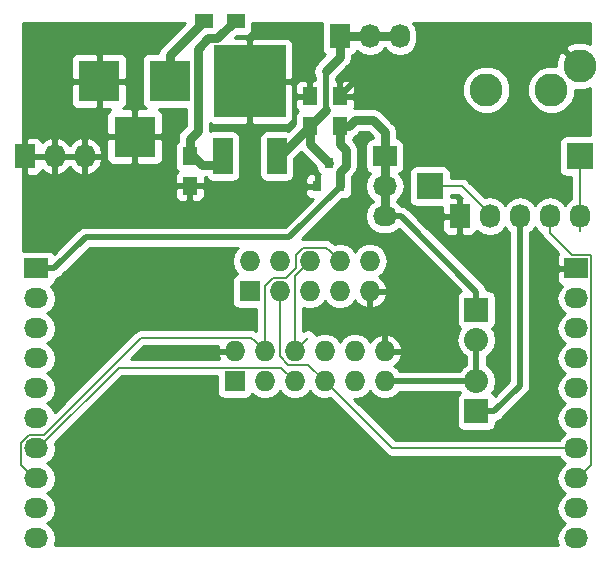
<source format=gtl>
G04 #@! TF.GenerationSoftware,KiCad,Pcbnew,5.0.0-rc2*
G04 #@! TF.CreationDate,2019-01-06T14:06:09-05:00*
G04 #@! TF.ProjectId,msp_shield,6D73705F736869656C642E6B69636164,rev?*
G04 #@! TF.SameCoordinates,Original*
G04 #@! TF.FileFunction,Copper,L1,Top,Signal*
G04 #@! TF.FilePolarity,Positive*
%FSLAX46Y46*%
G04 Gerber Fmt 4.6, Leading zero omitted, Abs format (unit mm)*
G04 Created by KiCad (PCBNEW 5.0.0-rc2) date Sun Jan  6 14:06:09 2019*
%MOMM*%
%LPD*%
G01*
G04 APERTURE LIST*
G04 #@! TA.AperFunction,ComponentPad*
%ADD10R,2.032000X1.727200*%
G04 #@! TD*
G04 #@! TA.AperFunction,ComponentPad*
%ADD11O,2.032000X1.727200*%
G04 #@! TD*
G04 #@! TA.AperFunction,SMDPad,CuDef*
%ADD12R,1.250000X1.500000*%
G04 #@! TD*
G04 #@! TA.AperFunction,ComponentPad*
%ADD13R,3.500120X3.500120*%
G04 #@! TD*
G04 #@! TA.AperFunction,ComponentPad*
%ADD14C,2.800000*%
G04 #@! TD*
G04 #@! TA.AperFunction,SMDPad,CuDef*
%ADD15R,1.651000X3.048000*%
G04 #@! TD*
G04 #@! TA.AperFunction,SMDPad,CuDef*
%ADD16R,6.096000X6.096000*%
G04 #@! TD*
G04 #@! TA.AperFunction,SMDPad,CuDef*
%ADD17R,1.500000X1.300000*%
G04 #@! TD*
G04 #@! TA.AperFunction,ComponentPad*
%ADD18R,2.235200X2.235200*%
G04 #@! TD*
G04 #@! TA.AperFunction,ComponentPad*
%ADD19R,1.727200X2.032000*%
G04 #@! TD*
G04 #@! TA.AperFunction,ComponentPad*
%ADD20O,1.727200X2.032000*%
G04 #@! TD*
G04 #@! TA.AperFunction,ComponentPad*
%ADD21R,2.032000X2.032000*%
G04 #@! TD*
G04 #@! TA.AperFunction,ComponentPad*
%ADD22O,2.032000X2.032000*%
G04 #@! TD*
G04 #@! TA.AperFunction,ComponentPad*
%ADD23R,1.727200X1.727200*%
G04 #@! TD*
G04 #@! TA.AperFunction,ComponentPad*
%ADD24O,1.727200X1.727200*%
G04 #@! TD*
G04 #@! TA.AperFunction,SMDPad,CuDef*
%ADD25R,0.800000X0.900000*%
G04 #@! TD*
G04 #@! TA.AperFunction,ViaPad*
%ADD26C,0.685800*%
G04 #@! TD*
G04 #@! TA.AperFunction,Conductor*
%ADD27C,0.762000*%
G04 #@! TD*
G04 #@! TA.AperFunction,Conductor*
%ADD28C,0.508000*%
G04 #@! TD*
G04 #@! TA.AperFunction,Conductor*
%ADD29C,0.152400*%
G04 #@! TD*
G04 #@! TA.AperFunction,Conductor*
%ADD30C,0.254000*%
G04 #@! TD*
G04 APERTURE END LIST*
D10*
G04 #@! TO.P,P2,1*
G04 #@! TO.N,+3V3*
X114001774Y-84436646D03*
D11*
G04 #@! TO.P,P2,2*
G04 #@! TO.N,/P1.0*
X114001774Y-86976646D03*
G04 #@! TO.P,P2,3*
G04 #@! TO.N,/P1.1*
X114001774Y-89516646D03*
G04 #@! TO.P,P2,4*
G04 #@! TO.N,/P1.2*
X114001774Y-92056646D03*
G04 #@! TO.P,P2,5*
G04 #@! TO.N,/P1.3*
X114001774Y-94596646D03*
G04 #@! TO.P,P2,6*
G04 #@! TO.N,/P1.4*
X114001774Y-97136646D03*
G04 #@! TO.P,P2,7*
G04 #@! TO.N,/P1.5*
X114001774Y-99676646D03*
G04 #@! TO.P,P2,8*
G04 #@! TO.N,/CSENC*
X114001774Y-102216646D03*
G04 #@! TO.P,P2,9*
G04 #@! TO.N,/P2.1*
X114001774Y-104756646D03*
G04 #@! TO.P,P2,10*
G04 #@! TO.N,/P2.2*
X114001774Y-107296646D03*
G04 #@! TD*
D12*
G04 #@! TO.P,C1,1*
G04 #@! TO.N,Net-(C1-Pad1)*
X127000000Y-74950000D03*
G04 #@! TO.P,C1,2*
G04 #@! TO.N,GND*
X127000000Y-77450000D03*
G04 #@! TD*
G04 #@! TO.P,C2,2*
G04 #@! TO.N,GND*
X137160000Y-69870000D03*
G04 #@! TO.P,C2,1*
G04 #@! TO.N,+5V*
X137160000Y-72370000D03*
G04 #@! TD*
D13*
G04 #@! TO.P,CON1,1*
G04 #@! TO.N,Net-(CON1-Pad1)*
X125326140Y-68580000D03*
G04 #@! TO.P,CON1,2*
G04 #@! TO.N,GND*
X119326660Y-68580000D03*
G04 #@! TO.P,CON1,3*
X122326400Y-73279000D03*
G04 #@! TD*
D14*
G04 #@! TO.P,J1,S*
G04 #@! TO.N,GND*
X160020000Y-67310000D03*
G04 #@! TO.P,J1,T*
G04 #@! TO.N,/P1.2*
X157620000Y-69310000D03*
G04 #@! TO.P,J1,R*
G04 #@! TO.N,/P1.1*
X152120000Y-69310000D03*
G04 #@! TD*
D10*
G04 #@! TO.P,P1,1*
G04 #@! TO.N,GND*
X159721774Y-84436646D03*
D11*
G04 #@! TO.P,P1,2*
G04 #@! TO.N,/XIN*
X159721774Y-86976646D03*
G04 #@! TO.P,P1,3*
G04 #@! TO.N,/XOUT*
X159721774Y-89516646D03*
G04 #@! TO.P,P1,4*
G04 #@! TO.N,/TEST*
X159721774Y-92056646D03*
G04 #@! TO.P,P1,5*
G04 #@! TO.N,/RST*
X159721774Y-94596646D03*
G04 #@! TO.P,P1,6*
G04 #@! TO.N,/MOSIENC*
X159721774Y-97136646D03*
G04 #@! TO.P,P1,7*
G04 #@! TO.N,/MISOENC*
X159721774Y-99676646D03*
G04 #@! TO.P,P1,8*
G04 #@! TO.N,/P2.5*
X159721774Y-102216646D03*
G04 #@! TO.P,P1,9*
G04 #@! TO.N,/P2.4*
X159721774Y-104756646D03*
G04 #@! TO.P,P1,10*
G04 #@! TO.N,/P2.3*
X159721774Y-107296646D03*
G04 #@! TD*
D15*
G04 #@! TO.P,U1,1*
G04 #@! TO.N,Net-(C1-Pad1)*
X129794000Y-74930000D03*
D16*
G04 #@! TO.P,U1,2*
G04 #@! TO.N,GND*
X132080000Y-68580000D03*
D15*
G04 #@! TO.P,U1,3*
G04 #@! TO.N,+5V*
X134366000Y-74930000D03*
G04 #@! TD*
D12*
G04 #@! TO.P,C4,1*
G04 #@! TO.N,+3V3*
X139700000Y-72370000D03*
G04 #@! TO.P,C4,2*
G04 #@! TO.N,GND*
X139700000Y-69870000D03*
G04 #@! TD*
D17*
G04 #@! TO.P,F1,1*
G04 #@! TO.N,Net-(C1-Pad1)*
X130890000Y-63500000D03*
G04 #@! TO.P,F1,2*
G04 #@! TO.N,Net-(CON1-Pad1)*
X128190000Y-63500000D03*
G04 #@! TD*
D18*
G04 #@! TO.P,P3,1*
G04 #@! TO.N,Net-(P3-Pad1)*
X147320000Y-77470000D03*
G04 #@! TD*
G04 #@! TO.P,P4,1*
G04 #@! TO.N,Net-(P4-Pad1)*
X160020000Y-74930000D03*
G04 #@! TD*
D19*
G04 #@! TO.P,P5,1*
G04 #@! TO.N,GND*
X149860000Y-80010000D03*
D20*
G04 #@! TO.P,P5,2*
G04 #@! TO.N,Net-(P3-Pad1)*
X152400000Y-80010000D03*
G04 #@! TO.P,P5,3*
G04 #@! TO.N,+5V*
X154940000Y-80010000D03*
G04 #@! TO.P,P5,4*
G04 #@! TO.N,/P2.5*
X157480000Y-80010000D03*
G04 #@! TO.P,P5,5*
G04 #@! TO.N,Net-(P4-Pad1)*
X160020000Y-80010000D03*
G04 #@! TD*
G04 #@! TO.P,P6,3*
G04 #@! TO.N,GND*
X118110000Y-74930000D03*
G04 #@! TO.P,P6,2*
X115570000Y-74930000D03*
D19*
G04 #@! TO.P,P6,1*
X113030000Y-74930000D03*
G04 #@! TD*
G04 #@! TO.P,P7,1*
G04 #@! TO.N,+5V*
X139700000Y-64770000D03*
D20*
G04 #@! TO.P,P7,2*
X142240000Y-64770000D03*
G04 #@! TO.P,P7,3*
X144780000Y-64770000D03*
G04 #@! TD*
D10*
G04 #@! TO.P,P8,1*
G04 #@! TO.N,+3V3*
X143510000Y-74930000D03*
D11*
G04 #@! TO.P,P8,2*
X143510000Y-77470000D03*
G04 #@! TO.P,P8,3*
X143510000Y-80010000D03*
G04 #@! TD*
D21*
G04 #@! TO.P,P9,1*
G04 #@! TO.N,+3V3*
X151258333Y-87927500D03*
D22*
G04 #@! TO.P,P9,2*
G04 #@! TO.N,/enc1/VCC_Branch*
X151258333Y-90467500D03*
G04 #@! TD*
G04 #@! TO.P,P10,2*
G04 #@! TO.N,/enc1/VCC_Branch*
X151258333Y-93980000D03*
D21*
G04 #@! TO.P,P10,1*
G04 #@! TO.N,+5V*
X151258333Y-96520000D03*
G04 #@! TD*
D23*
G04 #@! TO.P,P11,1*
G04 #@! TO.N,/enc1/INT*
X132080000Y-86360000D03*
D24*
G04 #@! TO.P,P11,2*
G04 #@! TO.N,/enc1/CLKOUT*
X132080000Y-83820000D03*
G04 #@! TO.P,P11,3*
G04 #@! TO.N,/MISOENC*
X134620000Y-86360000D03*
G04 #@! TO.P,P11,4*
G04 #@! TO.N,/enc1/WOL*
X134620000Y-83820000D03*
G04 #@! TO.P,P11,5*
G04 #@! TO.N,/P1.5*
X137160000Y-86360000D03*
G04 #@! TO.P,P11,6*
G04 #@! TO.N,/MOSIENC*
X137160000Y-83820000D03*
G04 #@! TO.P,P11,7*
G04 #@! TO.N,/enc1/RSTENC*
X139700000Y-86360000D03*
G04 #@! TO.P,P11,8*
G04 #@! TO.N,/CSENC*
X139700000Y-83820000D03*
G04 #@! TO.P,P11,9*
G04 #@! TO.N,GND*
X142240000Y-86360000D03*
G04 #@! TO.P,P11,10*
G04 #@! TO.N,/enc1/VCC_Branch*
X142240000Y-83820000D03*
G04 #@! TD*
D23*
G04 #@! TO.P,P12,1*
G04 #@! TO.N,/enc1/Q3*
X130810000Y-93980000D03*
D24*
G04 #@! TO.P,P12,2*
G04 #@! TO.N,GND*
X130810000Y-91440000D03*
G04 #@! TO.P,P12,3*
G04 #@! TO.N,/enc1/RSTENC*
X133350000Y-93980000D03*
G04 #@! TO.P,P12,4*
G04 #@! TO.N,/CSENC*
X133350000Y-91440000D03*
G04 #@! TO.P,P12,5*
G04 #@! TO.N,/P1.5*
X135890000Y-93980000D03*
G04 #@! TO.P,P12,6*
G04 #@! TO.N,/MOSIENC*
X135890000Y-91440000D03*
G04 #@! TO.P,P12,7*
G04 #@! TO.N,/MISOENC*
X138430000Y-93980000D03*
G04 #@! TO.P,P12,8*
G04 #@! TO.N,/enc1/WOL*
X138430000Y-91440000D03*
G04 #@! TO.P,P12,9*
G04 #@! TO.N,/enc1/INT*
X140970000Y-93980000D03*
G04 #@! TO.P,P12,10*
G04 #@! TO.N,/enc1/CLKOUT*
X140970000Y-91440000D03*
G04 #@! TO.P,P12,11*
G04 #@! TO.N,/enc1/VCC_Branch*
X143510000Y-93980000D03*
G04 #@! TO.P,P12,12*
G04 #@! TO.N,GND*
X143510000Y-91440000D03*
G04 #@! TD*
D25*
G04 #@! TO.P,U2,1*
G04 #@! TO.N,GND*
X137800000Y-77470000D03*
G04 #@! TO.P,U2,2*
G04 #@! TO.N,+3V3*
X139700000Y-77470000D03*
G04 #@! TO.P,U2,3*
G04 #@! TO.N,+5V*
X138750000Y-75470000D03*
G04 #@! TD*
D26*
G04 #@! TO.N,GND*
X142240000Y-68580000D03*
X120650000Y-102870000D03*
X119380000Y-86360000D03*
X149860000Y-66040000D03*
X116840000Y-71120000D03*
X115570000Y-67310000D03*
X147320000Y-87630000D03*
X148590000Y-87630000D03*
X144780000Y-87630000D03*
X137160000Y-66040000D03*
G04 #@! TD*
D27*
G04 #@! TO.N,Net-(C1-Pad1)*
X127000000Y-73438000D02*
X127000000Y-74950000D01*
X127657201Y-72780799D02*
X127000000Y-73438000D01*
X127657201Y-65860997D02*
X127657201Y-72780799D01*
X129339001Y-64950999D02*
X128567199Y-64950999D01*
X128567199Y-64950999D02*
X127657201Y-65860997D01*
X130790000Y-63500000D02*
X129339001Y-64950999D01*
X130890000Y-63500000D02*
X130790000Y-63500000D01*
X129032000Y-75692000D02*
X129794000Y-74930000D01*
X128016000Y-75692000D02*
X129032000Y-75692000D01*
X127274000Y-74950000D02*
X128016000Y-75692000D01*
X127000000Y-74950000D02*
X127274000Y-74950000D01*
D28*
G04 #@! TO.N,GND*
X140990000Y-68580000D02*
X139700000Y-69870000D01*
X142240000Y-68580000D02*
X140990000Y-68580000D01*
D27*
G04 #@! TO.N,+5V*
X134600000Y-74930000D02*
X137160000Y-72370000D01*
X134366000Y-74930000D02*
X134600000Y-74930000D01*
X137160000Y-73880000D02*
X137160000Y-73880000D01*
X137160000Y-72370000D02*
X137160000Y-73880000D01*
X137160000Y-73880000D02*
X138750000Y-75470000D01*
X138493999Y-67754001D02*
X139700000Y-66548000D01*
X137160000Y-72370000D02*
X138493999Y-71036001D01*
D28*
X138493999Y-71036001D02*
X138493999Y-67754001D01*
X152782333Y-96520000D02*
X151258333Y-96520000D01*
X154940000Y-94362333D02*
X152782333Y-96520000D01*
X154940000Y-80010000D02*
X154940000Y-94362333D01*
D27*
X139700000Y-66548000D02*
X139700000Y-64770000D01*
X139700000Y-64770000D02*
X142240000Y-64770000D01*
X142240000Y-64770000D02*
X144780000Y-64770000D01*
G04 #@! TO.N,+3V3*
X139700000Y-76258000D02*
X140208000Y-75750000D01*
X139700000Y-77470000D02*
X139700000Y-76258000D01*
X139700000Y-73882000D02*
X139700000Y-72370000D01*
X140208000Y-74390000D02*
X139700000Y-73882000D01*
X140208000Y-75750000D02*
X140208000Y-74390000D01*
X139700000Y-72370000D02*
X140482000Y-72370000D01*
X140482000Y-72370000D02*
X140970000Y-71882000D01*
X140970000Y-71882000D02*
X142494000Y-71882000D01*
X143510000Y-72898000D02*
X143510000Y-74930000D01*
X142494000Y-71882000D02*
X143510000Y-72898000D01*
X143510000Y-74930000D02*
X143510000Y-80010000D01*
D28*
X139700000Y-77520000D02*
X135432000Y-81788000D01*
X139700000Y-77470000D02*
X139700000Y-77520000D01*
X115525774Y-84436646D02*
X114001774Y-84436646D01*
X118174420Y-81788000D02*
X115525774Y-84436646D01*
X135432000Y-81788000D02*
X118174420Y-81788000D01*
X144864833Y-80010000D02*
X143510000Y-80010000D01*
X151258333Y-86403500D02*
X144864833Y-80010000D01*
X151258333Y-87927500D02*
X151258333Y-86403500D01*
D27*
X143510000Y-80010000D02*
X143510000Y-77470000D01*
D28*
G04 #@! TO.N,/P2.5*
X159721774Y-102216646D02*
X159569374Y-102216646D01*
D29*
X159874174Y-102216646D02*
X159721774Y-102216646D01*
X161013975Y-101076845D02*
X159874174Y-102216646D01*
X161013975Y-83352085D02*
X161013975Y-101076845D01*
X160958735Y-83296845D02*
X161013975Y-83352085D01*
X159344445Y-83296845D02*
X160958735Y-83296845D01*
X157480000Y-81432400D02*
X159344445Y-83296845D01*
X157480000Y-81280000D02*
X157480000Y-81432400D01*
X157480000Y-80010000D02*
X157480000Y-81432400D01*
G04 #@! TO.N,/P1.5*
X114154174Y-99676646D02*
X114001774Y-99676646D01*
X120990621Y-92840199D02*
X114154174Y-99676646D01*
X134750199Y-92840199D02*
X120990621Y-92840199D01*
X135890000Y-93980000D02*
X134750199Y-92840199D01*
D28*
G04 #@! TO.N,/P1.4*
X114001774Y-97136646D02*
X114154174Y-97136646D01*
D27*
G04 #@! TO.N,Net-(CON1-Pad1)*
X125326140Y-66363860D02*
X128190000Y-63500000D01*
X125326140Y-68580000D02*
X125326140Y-66363860D01*
D29*
G04 #@! TO.N,/MOSIENC*
X136753599Y-90576401D02*
X135890000Y-91440000D01*
X137029801Y-90300199D02*
X136753599Y-90576401D01*
X159721774Y-97136646D02*
X159569374Y-97136646D01*
X135890000Y-85090000D02*
X137160000Y-83820000D01*
X135890000Y-91440000D02*
X135890000Y-85090000D01*
G04 #@! TO.N,/MISOENC*
X144126646Y-99676646D02*
X138430000Y-93980000D01*
X159721774Y-99676646D02*
X144126646Y-99676646D01*
X134620000Y-87581314D02*
X134620000Y-86360000D01*
X134620000Y-91856906D02*
X134620000Y-87581314D01*
X135342895Y-92579801D02*
X134620000Y-91856906D01*
X137029801Y-92579801D02*
X135342895Y-92579801D01*
X138430000Y-93980000D02*
X137029801Y-92579801D01*
G04 #@! TO.N,/CSENC*
X132486401Y-90576401D02*
X133350000Y-91440000D01*
X113377250Y-98536836D02*
X114626298Y-98536836D01*
X132210199Y-90300199D02*
X132486401Y-90576401D01*
X112709564Y-99204522D02*
X113377250Y-98536836D01*
X112709564Y-101076836D02*
X112709564Y-99204522D01*
X122862935Y-90300199D02*
X132210199Y-90300199D01*
X113849374Y-102216646D02*
X112709564Y-101076836D01*
X114626298Y-98536836D02*
X122862935Y-90300199D01*
X114001774Y-102216646D02*
X113849374Y-102216646D01*
X136020199Y-83272895D02*
X136612895Y-82680199D01*
X136020199Y-84367105D02*
X136020199Y-83272895D01*
X135167105Y-85220199D02*
X136020199Y-84367105D01*
X138836401Y-82956401D02*
X139700000Y-83820000D01*
X134072895Y-85220199D02*
X135167105Y-85220199D01*
X138560199Y-82680199D02*
X138836401Y-82956401D01*
X133350000Y-85943094D02*
X134072895Y-85220199D01*
X136612895Y-82680199D02*
X138560199Y-82680199D01*
X133350000Y-91440000D02*
X133350000Y-85943094D01*
G04 #@! TO.N,Net-(P3-Pad1)*
X152400000Y-79857600D02*
X152400000Y-80010000D01*
X150012400Y-77470000D02*
X152400000Y-79857600D01*
X147320000Y-77470000D02*
X150012400Y-77470000D01*
G04 #@! TO.N,Net-(P4-Pad1)*
X160020000Y-81280000D02*
X160020000Y-74930000D01*
X160020000Y-80010000D02*
X160020000Y-74930000D01*
D28*
G04 #@! TO.N,/enc1/VCC_Branch*
X151258333Y-93980000D02*
X151258333Y-90467500D01*
X151258333Y-93980000D02*
X143510000Y-93980000D01*
G04 #@! TD*
D30*
G04 #@! TO.N,GND*
G36*
X129298960Y-94843600D02*
X129348243Y-95091365D01*
X129488591Y-95301409D01*
X129698635Y-95441757D01*
X129946400Y-95491040D01*
X131673600Y-95491040D01*
X131921365Y-95441757D01*
X132131409Y-95301409D01*
X132271757Y-95091365D01*
X132276932Y-95065349D01*
X132765275Y-95391650D01*
X133202402Y-95478600D01*
X133497598Y-95478600D01*
X133934725Y-95391650D01*
X134430430Y-95060430D01*
X134620000Y-94776719D01*
X134809570Y-95060430D01*
X135305275Y-95391650D01*
X135742402Y-95478600D01*
X136037598Y-95478600D01*
X136474725Y-95391650D01*
X136970430Y-95060430D01*
X137160000Y-94776719D01*
X137349570Y-95060430D01*
X137845275Y-95391650D01*
X138282402Y-95478600D01*
X138577598Y-95478600D01*
X138865537Y-95421325D01*
X143574224Y-100130013D01*
X143613900Y-100189392D01*
X143673279Y-100229068D01*
X143673281Y-100229070D01*
X143849148Y-100346581D01*
X143849149Y-100346581D01*
X143849150Y-100346582D01*
X144056600Y-100387846D01*
X144056603Y-100387846D01*
X144126645Y-100401778D01*
X144196687Y-100387846D01*
X158242232Y-100387846D01*
X158488944Y-100757076D01*
X158772655Y-100946646D01*
X158488944Y-101136216D01*
X158157724Y-101631921D01*
X158041415Y-102216646D01*
X158157724Y-102801371D01*
X158488944Y-103297076D01*
X158772655Y-103486646D01*
X158488944Y-103676216D01*
X158157724Y-104171921D01*
X158041415Y-104756646D01*
X158157724Y-105341371D01*
X158488944Y-105837076D01*
X158772655Y-106026646D01*
X158488944Y-106216216D01*
X158157724Y-106711921D01*
X158041415Y-107296646D01*
X158146113Y-107823000D01*
X115577435Y-107823000D01*
X115682133Y-107296646D01*
X115565824Y-106711921D01*
X115234604Y-106216216D01*
X114950893Y-106026646D01*
X115234604Y-105837076D01*
X115565824Y-105341371D01*
X115682133Y-104756646D01*
X115565824Y-104171921D01*
X115234604Y-103676216D01*
X114950893Y-103486646D01*
X115234604Y-103297076D01*
X115565824Y-102801371D01*
X115682133Y-102216646D01*
X115565824Y-101631921D01*
X115234604Y-101136216D01*
X114950893Y-100946646D01*
X115234604Y-100757076D01*
X115565824Y-100261371D01*
X115682133Y-99676646D01*
X115595499Y-99241109D01*
X121285210Y-93551399D01*
X129298960Y-93551399D01*
X129298960Y-94843600D01*
X129298960Y-94843600D01*
G37*
X129298960Y-94843600D02*
X129348243Y-95091365D01*
X129488591Y-95301409D01*
X129698635Y-95441757D01*
X129946400Y-95491040D01*
X131673600Y-95491040D01*
X131921365Y-95441757D01*
X132131409Y-95301409D01*
X132271757Y-95091365D01*
X132276932Y-95065349D01*
X132765275Y-95391650D01*
X133202402Y-95478600D01*
X133497598Y-95478600D01*
X133934725Y-95391650D01*
X134430430Y-95060430D01*
X134620000Y-94776719D01*
X134809570Y-95060430D01*
X135305275Y-95391650D01*
X135742402Y-95478600D01*
X136037598Y-95478600D01*
X136474725Y-95391650D01*
X136970430Y-95060430D01*
X137160000Y-94776719D01*
X137349570Y-95060430D01*
X137845275Y-95391650D01*
X138282402Y-95478600D01*
X138577598Y-95478600D01*
X138865537Y-95421325D01*
X143574224Y-100130013D01*
X143613900Y-100189392D01*
X143673279Y-100229068D01*
X143673281Y-100229070D01*
X143849148Y-100346581D01*
X143849149Y-100346581D01*
X143849150Y-100346582D01*
X144056600Y-100387846D01*
X144056603Y-100387846D01*
X144126645Y-100401778D01*
X144196687Y-100387846D01*
X158242232Y-100387846D01*
X158488944Y-100757076D01*
X158772655Y-100946646D01*
X158488944Y-101136216D01*
X158157724Y-101631921D01*
X158041415Y-102216646D01*
X158157724Y-102801371D01*
X158488944Y-103297076D01*
X158772655Y-103486646D01*
X158488944Y-103676216D01*
X158157724Y-104171921D01*
X158041415Y-104756646D01*
X158157724Y-105341371D01*
X158488944Y-105837076D01*
X158772655Y-106026646D01*
X158488944Y-106216216D01*
X158157724Y-106711921D01*
X158041415Y-107296646D01*
X158146113Y-107823000D01*
X115577435Y-107823000D01*
X115682133Y-107296646D01*
X115565824Y-106711921D01*
X115234604Y-106216216D01*
X114950893Y-106026646D01*
X115234604Y-105837076D01*
X115565824Y-105341371D01*
X115682133Y-104756646D01*
X115565824Y-104171921D01*
X115234604Y-103676216D01*
X114950893Y-103486646D01*
X115234604Y-103297076D01*
X115565824Y-102801371D01*
X115682133Y-102216646D01*
X115565824Y-101631921D01*
X115234604Y-101136216D01*
X114950893Y-100946646D01*
X115234604Y-100757076D01*
X115565824Y-100261371D01*
X115682133Y-99676646D01*
X115595499Y-99241109D01*
X121285210Y-93551399D01*
X129298960Y-93551399D01*
X129298960Y-94843600D01*
G36*
X156399571Y-81242830D02*
X156765841Y-81487564D01*
X156810065Y-81709896D01*
X156927576Y-81885764D01*
X156927579Y-81885767D01*
X156967255Y-81945146D01*
X157026634Y-81984822D01*
X158211303Y-83169491D01*
X158167447Y-83213347D01*
X158070774Y-83446736D01*
X158070774Y-84150896D01*
X158229524Y-84309646D01*
X159594774Y-84309646D01*
X159594774Y-84289646D01*
X159848774Y-84289646D01*
X159848774Y-84309646D01*
X159868774Y-84309646D01*
X159868774Y-84563646D01*
X159848774Y-84563646D01*
X159848774Y-84583646D01*
X159594774Y-84583646D01*
X159594774Y-84563646D01*
X158229524Y-84563646D01*
X158070774Y-84722396D01*
X158070774Y-85426556D01*
X158167447Y-85659945D01*
X158346076Y-85838573D01*
X158488141Y-85897418D01*
X158157724Y-86391921D01*
X158041415Y-86976646D01*
X158157724Y-87561371D01*
X158488944Y-88057076D01*
X158772655Y-88246646D01*
X158488944Y-88436216D01*
X158157724Y-88931921D01*
X158041415Y-89516646D01*
X158157724Y-90101371D01*
X158488944Y-90597076D01*
X158772655Y-90786646D01*
X158488944Y-90976216D01*
X158157724Y-91471921D01*
X158041415Y-92056646D01*
X158157724Y-92641371D01*
X158488944Y-93137076D01*
X158772655Y-93326646D01*
X158488944Y-93516216D01*
X158157724Y-94011921D01*
X158041415Y-94596646D01*
X158157724Y-95181371D01*
X158488944Y-95677076D01*
X158772655Y-95866646D01*
X158488944Y-96056216D01*
X158157724Y-96551921D01*
X158041415Y-97136646D01*
X158157724Y-97721371D01*
X158488944Y-98217076D01*
X158772655Y-98406646D01*
X158488944Y-98596216D01*
X158242232Y-98965446D01*
X144421235Y-98965446D01*
X140934388Y-95478600D01*
X141117598Y-95478600D01*
X141554725Y-95391650D01*
X142050430Y-95060430D01*
X142240000Y-94776719D01*
X142429570Y-95060430D01*
X142925275Y-95391650D01*
X143362402Y-95478600D01*
X143657598Y-95478600D01*
X144094725Y-95391650D01*
X144590430Y-95060430D01*
X144718340Y-94869000D01*
X149866703Y-94869000D01*
X149923189Y-94953537D01*
X149784524Y-95046191D01*
X149644176Y-95256235D01*
X149594893Y-95504000D01*
X149594893Y-97536000D01*
X149644176Y-97783765D01*
X149784524Y-97993809D01*
X149994568Y-98134157D01*
X150242333Y-98183440D01*
X152274333Y-98183440D01*
X152522098Y-98134157D01*
X152732142Y-97993809D01*
X152872490Y-97783765D01*
X152921773Y-97536000D01*
X152921773Y-97398680D01*
X153129203Y-97357419D01*
X153423266Y-97160933D01*
X153472864Y-97086704D01*
X155506710Y-95052859D01*
X155580933Y-95003265D01*
X155630527Y-94929042D01*
X155630529Y-94929040D01*
X155777418Y-94709204D01*
X155777418Y-94709203D01*
X155777419Y-94709202D01*
X155829000Y-94449888D01*
X155846416Y-94362333D01*
X155829000Y-94274778D01*
X155828999Y-81370739D01*
X156020430Y-81242829D01*
X156210000Y-80959118D01*
X156399571Y-81242830D01*
X156399571Y-81242830D01*
G37*
X156399571Y-81242830D02*
X156765841Y-81487564D01*
X156810065Y-81709896D01*
X156927576Y-81885764D01*
X156927579Y-81885767D01*
X156967255Y-81945146D01*
X157026634Y-81984822D01*
X158211303Y-83169491D01*
X158167447Y-83213347D01*
X158070774Y-83446736D01*
X158070774Y-84150896D01*
X158229524Y-84309646D01*
X159594774Y-84309646D01*
X159594774Y-84289646D01*
X159848774Y-84289646D01*
X159848774Y-84309646D01*
X159868774Y-84309646D01*
X159868774Y-84563646D01*
X159848774Y-84563646D01*
X159848774Y-84583646D01*
X159594774Y-84583646D01*
X159594774Y-84563646D01*
X158229524Y-84563646D01*
X158070774Y-84722396D01*
X158070774Y-85426556D01*
X158167447Y-85659945D01*
X158346076Y-85838573D01*
X158488141Y-85897418D01*
X158157724Y-86391921D01*
X158041415Y-86976646D01*
X158157724Y-87561371D01*
X158488944Y-88057076D01*
X158772655Y-88246646D01*
X158488944Y-88436216D01*
X158157724Y-88931921D01*
X158041415Y-89516646D01*
X158157724Y-90101371D01*
X158488944Y-90597076D01*
X158772655Y-90786646D01*
X158488944Y-90976216D01*
X158157724Y-91471921D01*
X158041415Y-92056646D01*
X158157724Y-92641371D01*
X158488944Y-93137076D01*
X158772655Y-93326646D01*
X158488944Y-93516216D01*
X158157724Y-94011921D01*
X158041415Y-94596646D01*
X158157724Y-95181371D01*
X158488944Y-95677076D01*
X158772655Y-95866646D01*
X158488944Y-96056216D01*
X158157724Y-96551921D01*
X158041415Y-97136646D01*
X158157724Y-97721371D01*
X158488944Y-98217076D01*
X158772655Y-98406646D01*
X158488944Y-98596216D01*
X158242232Y-98965446D01*
X144421235Y-98965446D01*
X140934388Y-95478600D01*
X141117598Y-95478600D01*
X141554725Y-95391650D01*
X142050430Y-95060430D01*
X142240000Y-94776719D01*
X142429570Y-95060430D01*
X142925275Y-95391650D01*
X143362402Y-95478600D01*
X143657598Y-95478600D01*
X144094725Y-95391650D01*
X144590430Y-95060430D01*
X144718340Y-94869000D01*
X149866703Y-94869000D01*
X149923189Y-94953537D01*
X149784524Y-95046191D01*
X149644176Y-95256235D01*
X149594893Y-95504000D01*
X149594893Y-97536000D01*
X149644176Y-97783765D01*
X149784524Y-97993809D01*
X149994568Y-98134157D01*
X150242333Y-98183440D01*
X152274333Y-98183440D01*
X152522098Y-98134157D01*
X152732142Y-97993809D01*
X152872490Y-97783765D01*
X152921773Y-97536000D01*
X152921773Y-97398680D01*
X153129203Y-97357419D01*
X153423266Y-97160933D01*
X153472864Y-97086704D01*
X155506710Y-95052859D01*
X155580933Y-95003265D01*
X155630527Y-94929042D01*
X155630529Y-94929040D01*
X155777418Y-94709204D01*
X155777418Y-94709203D01*
X155777419Y-94709202D01*
X155829000Y-94449888D01*
X155846416Y-94362333D01*
X155829000Y-94274778D01*
X155828999Y-81370739D01*
X156020430Y-81242829D01*
X156210000Y-80959118D01*
X156399571Y-81242830D01*
G36*
X130999570Y-82739570D02*
X130668350Y-83235275D01*
X130552041Y-83820000D01*
X130668350Y-84404725D01*
X130994651Y-84893068D01*
X130968635Y-84898243D01*
X130758591Y-85038591D01*
X130618243Y-85248635D01*
X130568960Y-85496400D01*
X130568960Y-87223600D01*
X130618243Y-87471365D01*
X130758591Y-87681409D01*
X130968635Y-87821757D01*
X131216400Y-87871040D01*
X132638801Y-87871040D01*
X132638800Y-89731229D01*
X132487695Y-89630263D01*
X132280245Y-89588999D01*
X132280240Y-89588999D01*
X132210199Y-89575067D01*
X132140158Y-89588999D01*
X122932977Y-89588999D01*
X122862935Y-89575067D01*
X122792893Y-89588999D01*
X122792889Y-89588999D01*
X122585439Y-89630263D01*
X122585437Y-89630264D01*
X122585438Y-89630264D01*
X122409570Y-89747775D01*
X122409568Y-89747777D01*
X122350189Y-89787453D01*
X122310513Y-89846832D01*
X115572394Y-96584952D01*
X115565824Y-96551921D01*
X115234604Y-96056216D01*
X114950893Y-95866646D01*
X115234604Y-95677076D01*
X115565824Y-95181371D01*
X115682133Y-94596646D01*
X115565824Y-94011921D01*
X115234604Y-93516216D01*
X114950893Y-93326646D01*
X115234604Y-93137076D01*
X115565824Y-92641371D01*
X115682133Y-92056646D01*
X115565824Y-91471921D01*
X115234604Y-90976216D01*
X114950893Y-90786646D01*
X115234604Y-90597076D01*
X115565824Y-90101371D01*
X115682133Y-89516646D01*
X115565824Y-88931921D01*
X115234604Y-88436216D01*
X114950893Y-88246646D01*
X115234604Y-88057076D01*
X115565824Y-87561371D01*
X115682133Y-86976646D01*
X115565824Y-86391921D01*
X115239523Y-85903578D01*
X115265539Y-85898403D01*
X115475583Y-85758055D01*
X115615931Y-85548011D01*
X115662091Y-85315947D01*
X115872644Y-85274065D01*
X116166707Y-85077579D01*
X116216305Y-85003350D01*
X118542656Y-82677000D01*
X131093212Y-82677000D01*
X130999570Y-82739570D01*
X130999570Y-82739570D01*
G37*
X130999570Y-82739570D02*
X130668350Y-83235275D01*
X130552041Y-83820000D01*
X130668350Y-84404725D01*
X130994651Y-84893068D01*
X130968635Y-84898243D01*
X130758591Y-85038591D01*
X130618243Y-85248635D01*
X130568960Y-85496400D01*
X130568960Y-87223600D01*
X130618243Y-87471365D01*
X130758591Y-87681409D01*
X130968635Y-87821757D01*
X131216400Y-87871040D01*
X132638801Y-87871040D01*
X132638800Y-89731229D01*
X132487695Y-89630263D01*
X132280245Y-89588999D01*
X132280240Y-89588999D01*
X132210199Y-89575067D01*
X132140158Y-89588999D01*
X122932977Y-89588999D01*
X122862935Y-89575067D01*
X122792893Y-89588999D01*
X122792889Y-89588999D01*
X122585439Y-89630263D01*
X122585437Y-89630264D01*
X122585438Y-89630264D01*
X122409570Y-89747775D01*
X122409568Y-89747777D01*
X122350189Y-89787453D01*
X122310513Y-89846832D01*
X115572394Y-96584952D01*
X115565824Y-96551921D01*
X115234604Y-96056216D01*
X114950893Y-95866646D01*
X115234604Y-95677076D01*
X115565824Y-95181371D01*
X115682133Y-94596646D01*
X115565824Y-94011921D01*
X115234604Y-93516216D01*
X114950893Y-93326646D01*
X115234604Y-93137076D01*
X115565824Y-92641371D01*
X115682133Y-92056646D01*
X115565824Y-91471921D01*
X115234604Y-90976216D01*
X114950893Y-90786646D01*
X115234604Y-90597076D01*
X115565824Y-90101371D01*
X115682133Y-89516646D01*
X115565824Y-88931921D01*
X115234604Y-88436216D01*
X114950893Y-88246646D01*
X115234604Y-88057076D01*
X115565824Y-87561371D01*
X115682133Y-86976646D01*
X115565824Y-86391921D01*
X115239523Y-85903578D01*
X115265539Y-85898403D01*
X115475583Y-85758055D01*
X115615931Y-85548011D01*
X115662091Y-85315947D01*
X115872644Y-85274065D01*
X116166707Y-85077579D01*
X116216305Y-85003350D01*
X118542656Y-82677000D01*
X131093212Y-82677000D01*
X130999570Y-82739570D01*
G36*
X160909000Y-65472226D02*
X160379969Y-65266595D01*
X159570591Y-65284386D01*
X158905455Y-65559894D01*
X158757882Y-65868276D01*
X160020000Y-67130395D01*
X160034142Y-67116252D01*
X160213748Y-67295858D01*
X160199605Y-67310000D01*
X160213748Y-67324142D01*
X160034142Y-67503748D01*
X160020000Y-67489605D01*
X160005858Y-67503748D01*
X159826253Y-67324143D01*
X159840395Y-67310000D01*
X158578276Y-66047882D01*
X158269894Y-66195455D01*
X157976595Y-66950031D01*
X157983738Y-67275000D01*
X157215213Y-67275000D01*
X156467265Y-67584810D01*
X155894810Y-68157265D01*
X155585000Y-68905213D01*
X155585000Y-69714787D01*
X155894810Y-70462735D01*
X156467265Y-71035190D01*
X157215213Y-71345000D01*
X158024787Y-71345000D01*
X158772735Y-71035190D01*
X159345190Y-70462735D01*
X159655000Y-69714787D01*
X159655000Y-69351449D01*
X159660031Y-69353405D01*
X160469409Y-69335614D01*
X160909000Y-69153530D01*
X160909000Y-73164960D01*
X158902400Y-73164960D01*
X158654635Y-73214243D01*
X158444591Y-73354591D01*
X158304243Y-73564635D01*
X158254960Y-73812400D01*
X158254960Y-76047600D01*
X158304243Y-76295365D01*
X158444591Y-76505409D01*
X158654635Y-76645757D01*
X158902400Y-76695040D01*
X159308801Y-76695040D01*
X159308801Y-78086707D01*
X159308800Y-78530459D01*
X158939570Y-78777171D01*
X158750000Y-79060882D01*
X158560429Y-78777170D01*
X158064724Y-78445950D01*
X157480000Y-78329641D01*
X156895275Y-78445951D01*
X156399570Y-78777171D01*
X156210000Y-79060882D01*
X156020429Y-78777170D01*
X155524724Y-78445950D01*
X154940000Y-78329641D01*
X154355275Y-78445951D01*
X153859570Y-78777171D01*
X153670000Y-79060882D01*
X153480429Y-78777170D01*
X152984724Y-78445950D01*
X152400000Y-78329641D01*
X151964464Y-78416275D01*
X150564824Y-77016636D01*
X150525146Y-76957254D01*
X150289896Y-76800064D01*
X150082446Y-76758800D01*
X150082441Y-76758800D01*
X150012400Y-76744868D01*
X149942359Y-76758800D01*
X149085040Y-76758800D01*
X149085040Y-76352400D01*
X149035757Y-76104635D01*
X148895409Y-75894591D01*
X148685365Y-75754243D01*
X148437600Y-75704960D01*
X146202400Y-75704960D01*
X145954635Y-75754243D01*
X145744591Y-75894591D01*
X145604243Y-76104635D01*
X145554960Y-76352400D01*
X145554960Y-78587600D01*
X145604243Y-78835365D01*
X145744591Y-79045409D01*
X145954635Y-79185757D01*
X146202400Y-79235040D01*
X148361400Y-79235040D01*
X148361400Y-79724250D01*
X148520150Y-79883000D01*
X149733000Y-79883000D01*
X149733000Y-78517750D01*
X149574250Y-78359000D01*
X149085040Y-78359000D01*
X149085040Y-78181200D01*
X149717812Y-78181200D01*
X150020681Y-78484069D01*
X149987000Y-78517750D01*
X149987000Y-79883000D01*
X150007000Y-79883000D01*
X150007000Y-80137000D01*
X149987000Y-80137000D01*
X149987000Y-81502250D01*
X150145750Y-81661000D01*
X150849910Y-81661000D01*
X151083299Y-81564327D01*
X151261927Y-81385698D01*
X151320772Y-81243633D01*
X151815276Y-81574050D01*
X152400000Y-81690359D01*
X152984725Y-81574049D01*
X153480430Y-81242829D01*
X153670000Y-80959118D01*
X153859571Y-81242830D01*
X154051000Y-81370739D01*
X154051001Y-93994096D01*
X152838993Y-95206104D01*
X152732142Y-95046191D01*
X152593477Y-94953537D01*
X152813541Y-94624188D01*
X152941678Y-93980000D01*
X152813541Y-93335812D01*
X152448638Y-92789695D01*
X152147332Y-92588369D01*
X152147333Y-91859130D01*
X152448638Y-91657805D01*
X152813541Y-91111688D01*
X152941678Y-90467500D01*
X152813541Y-89823312D01*
X152593477Y-89493963D01*
X152732142Y-89401309D01*
X152872490Y-89191265D01*
X152921773Y-88943500D01*
X152921773Y-86911500D01*
X152872490Y-86663735D01*
X152732142Y-86453691D01*
X152522098Y-86313343D01*
X152274333Y-86264060D01*
X152137012Y-86264060D01*
X152095752Y-86056631D01*
X152021384Y-85945331D01*
X151948862Y-85836793D01*
X151948860Y-85836791D01*
X151899266Y-85762568D01*
X151825043Y-85712974D01*
X146407819Y-80295750D01*
X148361400Y-80295750D01*
X148361400Y-81152309D01*
X148458073Y-81385698D01*
X148636701Y-81564327D01*
X148870090Y-81661000D01*
X149574250Y-81661000D01*
X149733000Y-81502250D01*
X149733000Y-80137000D01*
X148520150Y-80137000D01*
X148361400Y-80295750D01*
X146407819Y-80295750D01*
X145555364Y-79443296D01*
X145505766Y-79369067D01*
X145211703Y-79172581D01*
X144952389Y-79121000D01*
X144952388Y-79121000D01*
X144864833Y-79103584D01*
X144859775Y-79104590D01*
X144742830Y-78929570D01*
X144526000Y-78784688D01*
X144526000Y-78695312D01*
X144742830Y-78550430D01*
X145074050Y-78054725D01*
X145190359Y-77470000D01*
X145074050Y-76885275D01*
X144747749Y-76396932D01*
X144773765Y-76391757D01*
X144983809Y-76251409D01*
X145124157Y-76041365D01*
X145173440Y-75793600D01*
X145173440Y-74066400D01*
X145124157Y-73818635D01*
X144983809Y-73608591D01*
X144773765Y-73468243D01*
X144526000Y-73418960D01*
X144525999Y-73418960D01*
X144525999Y-72998068D01*
X144545904Y-72898000D01*
X144467050Y-72501576D01*
X144299177Y-72250336D01*
X144299175Y-72250334D01*
X144242494Y-72165505D01*
X144157665Y-72108824D01*
X143283179Y-71234339D01*
X143226495Y-71149505D01*
X142890423Y-70924949D01*
X142594065Y-70866000D01*
X142594063Y-70866000D01*
X142494000Y-70846096D01*
X142393937Y-70866000D01*
X141070063Y-70866000D01*
X140969999Y-70846096D01*
X140914058Y-70857223D01*
X140960000Y-70746309D01*
X140960000Y-70155750D01*
X140801250Y-69997000D01*
X139827000Y-69997000D01*
X139827000Y-70017000D01*
X139573000Y-70017000D01*
X139573000Y-69997000D01*
X139553000Y-69997000D01*
X139553000Y-69743000D01*
X139573000Y-69743000D01*
X139573000Y-68643750D01*
X139827000Y-68643750D01*
X139827000Y-69743000D01*
X140801250Y-69743000D01*
X140960000Y-69584250D01*
X140960000Y-68993691D01*
X140923352Y-68905213D01*
X150085000Y-68905213D01*
X150085000Y-69714787D01*
X150394810Y-70462735D01*
X150967265Y-71035190D01*
X151715213Y-71345000D01*
X152524787Y-71345000D01*
X153272735Y-71035190D01*
X153845190Y-70462735D01*
X154155000Y-69714787D01*
X154155000Y-68905213D01*
X153845190Y-68157265D01*
X153272735Y-67584810D01*
X152524787Y-67275000D01*
X151715213Y-67275000D01*
X150967265Y-67584810D01*
X150394810Y-68157265D01*
X150085000Y-68905213D01*
X140923352Y-68905213D01*
X140863327Y-68760302D01*
X140684699Y-68581673D01*
X140451310Y-68485000D01*
X139985750Y-68485000D01*
X139827000Y-68643750D01*
X139573000Y-68643750D01*
X139414250Y-68485000D01*
X139382999Y-68485000D01*
X139382999Y-68301841D01*
X140347665Y-67337176D01*
X140432494Y-67280495D01*
X140489175Y-67195666D01*
X140489177Y-67195664D01*
X140657050Y-66944424D01*
X140735904Y-66548000D01*
X140715999Y-66447932D01*
X140715999Y-66403126D01*
X140811365Y-66384157D01*
X141021409Y-66243809D01*
X141161757Y-66033765D01*
X141166932Y-66007748D01*
X141655276Y-66334050D01*
X142240000Y-66450359D01*
X142824725Y-66334049D01*
X143320430Y-66002829D01*
X143465311Y-65786000D01*
X143554690Y-65786000D01*
X143699571Y-66002830D01*
X144195276Y-66334050D01*
X144780000Y-66450359D01*
X145364725Y-66334049D01*
X145860430Y-66002829D01*
X146191650Y-65507124D01*
X146278600Y-65069997D01*
X146278599Y-64470002D01*
X146191649Y-64032875D01*
X145920452Y-63627000D01*
X160909000Y-63627000D01*
X160909000Y-65472226D01*
X160909000Y-65472226D01*
G37*
X160909000Y-65472226D02*
X160379969Y-65266595D01*
X159570591Y-65284386D01*
X158905455Y-65559894D01*
X158757882Y-65868276D01*
X160020000Y-67130395D01*
X160034142Y-67116252D01*
X160213748Y-67295858D01*
X160199605Y-67310000D01*
X160213748Y-67324142D01*
X160034142Y-67503748D01*
X160020000Y-67489605D01*
X160005858Y-67503748D01*
X159826253Y-67324143D01*
X159840395Y-67310000D01*
X158578276Y-66047882D01*
X158269894Y-66195455D01*
X157976595Y-66950031D01*
X157983738Y-67275000D01*
X157215213Y-67275000D01*
X156467265Y-67584810D01*
X155894810Y-68157265D01*
X155585000Y-68905213D01*
X155585000Y-69714787D01*
X155894810Y-70462735D01*
X156467265Y-71035190D01*
X157215213Y-71345000D01*
X158024787Y-71345000D01*
X158772735Y-71035190D01*
X159345190Y-70462735D01*
X159655000Y-69714787D01*
X159655000Y-69351449D01*
X159660031Y-69353405D01*
X160469409Y-69335614D01*
X160909000Y-69153530D01*
X160909000Y-73164960D01*
X158902400Y-73164960D01*
X158654635Y-73214243D01*
X158444591Y-73354591D01*
X158304243Y-73564635D01*
X158254960Y-73812400D01*
X158254960Y-76047600D01*
X158304243Y-76295365D01*
X158444591Y-76505409D01*
X158654635Y-76645757D01*
X158902400Y-76695040D01*
X159308801Y-76695040D01*
X159308801Y-78086707D01*
X159308800Y-78530459D01*
X158939570Y-78777171D01*
X158750000Y-79060882D01*
X158560429Y-78777170D01*
X158064724Y-78445950D01*
X157480000Y-78329641D01*
X156895275Y-78445951D01*
X156399570Y-78777171D01*
X156210000Y-79060882D01*
X156020429Y-78777170D01*
X155524724Y-78445950D01*
X154940000Y-78329641D01*
X154355275Y-78445951D01*
X153859570Y-78777171D01*
X153670000Y-79060882D01*
X153480429Y-78777170D01*
X152984724Y-78445950D01*
X152400000Y-78329641D01*
X151964464Y-78416275D01*
X150564824Y-77016636D01*
X150525146Y-76957254D01*
X150289896Y-76800064D01*
X150082446Y-76758800D01*
X150082441Y-76758800D01*
X150012400Y-76744868D01*
X149942359Y-76758800D01*
X149085040Y-76758800D01*
X149085040Y-76352400D01*
X149035757Y-76104635D01*
X148895409Y-75894591D01*
X148685365Y-75754243D01*
X148437600Y-75704960D01*
X146202400Y-75704960D01*
X145954635Y-75754243D01*
X145744591Y-75894591D01*
X145604243Y-76104635D01*
X145554960Y-76352400D01*
X145554960Y-78587600D01*
X145604243Y-78835365D01*
X145744591Y-79045409D01*
X145954635Y-79185757D01*
X146202400Y-79235040D01*
X148361400Y-79235040D01*
X148361400Y-79724250D01*
X148520150Y-79883000D01*
X149733000Y-79883000D01*
X149733000Y-78517750D01*
X149574250Y-78359000D01*
X149085040Y-78359000D01*
X149085040Y-78181200D01*
X149717812Y-78181200D01*
X150020681Y-78484069D01*
X149987000Y-78517750D01*
X149987000Y-79883000D01*
X150007000Y-79883000D01*
X150007000Y-80137000D01*
X149987000Y-80137000D01*
X149987000Y-81502250D01*
X150145750Y-81661000D01*
X150849910Y-81661000D01*
X151083299Y-81564327D01*
X151261927Y-81385698D01*
X151320772Y-81243633D01*
X151815276Y-81574050D01*
X152400000Y-81690359D01*
X152984725Y-81574049D01*
X153480430Y-81242829D01*
X153670000Y-80959118D01*
X153859571Y-81242830D01*
X154051000Y-81370739D01*
X154051001Y-93994096D01*
X152838993Y-95206104D01*
X152732142Y-95046191D01*
X152593477Y-94953537D01*
X152813541Y-94624188D01*
X152941678Y-93980000D01*
X152813541Y-93335812D01*
X152448638Y-92789695D01*
X152147332Y-92588369D01*
X152147333Y-91859130D01*
X152448638Y-91657805D01*
X152813541Y-91111688D01*
X152941678Y-90467500D01*
X152813541Y-89823312D01*
X152593477Y-89493963D01*
X152732142Y-89401309D01*
X152872490Y-89191265D01*
X152921773Y-88943500D01*
X152921773Y-86911500D01*
X152872490Y-86663735D01*
X152732142Y-86453691D01*
X152522098Y-86313343D01*
X152274333Y-86264060D01*
X152137012Y-86264060D01*
X152095752Y-86056631D01*
X152021384Y-85945331D01*
X151948862Y-85836793D01*
X151948860Y-85836791D01*
X151899266Y-85762568D01*
X151825043Y-85712974D01*
X146407819Y-80295750D01*
X148361400Y-80295750D01*
X148361400Y-81152309D01*
X148458073Y-81385698D01*
X148636701Y-81564327D01*
X148870090Y-81661000D01*
X149574250Y-81661000D01*
X149733000Y-81502250D01*
X149733000Y-80137000D01*
X148520150Y-80137000D01*
X148361400Y-80295750D01*
X146407819Y-80295750D01*
X145555364Y-79443296D01*
X145505766Y-79369067D01*
X145211703Y-79172581D01*
X144952389Y-79121000D01*
X144952388Y-79121000D01*
X144864833Y-79103584D01*
X144859775Y-79104590D01*
X144742830Y-78929570D01*
X144526000Y-78784688D01*
X144526000Y-78695312D01*
X144742830Y-78550430D01*
X145074050Y-78054725D01*
X145190359Y-77470000D01*
X145074050Y-76885275D01*
X144747749Y-76396932D01*
X144773765Y-76391757D01*
X144983809Y-76251409D01*
X145124157Y-76041365D01*
X145173440Y-75793600D01*
X145173440Y-74066400D01*
X145124157Y-73818635D01*
X144983809Y-73608591D01*
X144773765Y-73468243D01*
X144526000Y-73418960D01*
X144525999Y-73418960D01*
X144525999Y-72998068D01*
X144545904Y-72898000D01*
X144467050Y-72501576D01*
X144299177Y-72250336D01*
X144299175Y-72250334D01*
X144242494Y-72165505D01*
X144157665Y-72108824D01*
X143283179Y-71234339D01*
X143226495Y-71149505D01*
X142890423Y-70924949D01*
X142594065Y-70866000D01*
X142594063Y-70866000D01*
X142494000Y-70846096D01*
X142393937Y-70866000D01*
X141070063Y-70866000D01*
X140969999Y-70846096D01*
X140914058Y-70857223D01*
X140960000Y-70746309D01*
X140960000Y-70155750D01*
X140801250Y-69997000D01*
X139827000Y-69997000D01*
X139827000Y-70017000D01*
X139573000Y-70017000D01*
X139573000Y-69997000D01*
X139553000Y-69997000D01*
X139553000Y-69743000D01*
X139573000Y-69743000D01*
X139573000Y-68643750D01*
X139827000Y-68643750D01*
X139827000Y-69743000D01*
X140801250Y-69743000D01*
X140960000Y-69584250D01*
X140960000Y-68993691D01*
X140923352Y-68905213D01*
X150085000Y-68905213D01*
X150085000Y-69714787D01*
X150394810Y-70462735D01*
X150967265Y-71035190D01*
X151715213Y-71345000D01*
X152524787Y-71345000D01*
X153272735Y-71035190D01*
X153845190Y-70462735D01*
X154155000Y-69714787D01*
X154155000Y-68905213D01*
X153845190Y-68157265D01*
X153272735Y-67584810D01*
X152524787Y-67275000D01*
X151715213Y-67275000D01*
X150967265Y-67584810D01*
X150394810Y-68157265D01*
X150085000Y-68905213D01*
X140923352Y-68905213D01*
X140863327Y-68760302D01*
X140684699Y-68581673D01*
X140451310Y-68485000D01*
X139985750Y-68485000D01*
X139827000Y-68643750D01*
X139573000Y-68643750D01*
X139414250Y-68485000D01*
X139382999Y-68485000D01*
X139382999Y-68301841D01*
X140347665Y-67337176D01*
X140432494Y-67280495D01*
X140489175Y-67195666D01*
X140489177Y-67195664D01*
X140657050Y-66944424D01*
X140735904Y-66548000D01*
X140715999Y-66447932D01*
X140715999Y-66403126D01*
X140811365Y-66384157D01*
X141021409Y-66243809D01*
X141161757Y-66033765D01*
X141166932Y-66007748D01*
X141655276Y-66334050D01*
X142240000Y-66450359D01*
X142824725Y-66334049D01*
X143320430Y-66002829D01*
X143465311Y-65786000D01*
X143554690Y-65786000D01*
X143699571Y-66002830D01*
X144195276Y-66334050D01*
X144780000Y-66450359D01*
X145364725Y-66334049D01*
X145860430Y-66002829D01*
X146191650Y-65507124D01*
X146278600Y-65069997D01*
X146278599Y-64470002D01*
X146191649Y-64032875D01*
X145920452Y-63627000D01*
X160909000Y-63627000D01*
X160909000Y-65472226D01*
G36*
X142494000Y-73318841D02*
X142494000Y-73418960D01*
X142246235Y-73468243D01*
X142036191Y-73608591D01*
X141895843Y-73818635D01*
X141846560Y-74066400D01*
X141846560Y-75793600D01*
X141895843Y-76041365D01*
X142036191Y-76251409D01*
X142246235Y-76391757D01*
X142272251Y-76396932D01*
X141945950Y-76885275D01*
X141829641Y-77470000D01*
X141945950Y-78054725D01*
X142277170Y-78550430D01*
X142494001Y-78695312D01*
X142494000Y-78784688D01*
X142277170Y-78929570D01*
X141945950Y-79425275D01*
X141829641Y-80010000D01*
X141945950Y-80594725D01*
X142277170Y-81090430D01*
X142772875Y-81421650D01*
X143210002Y-81508600D01*
X143809998Y-81508600D01*
X144247125Y-81421650D01*
X144709979Y-81112381D01*
X149944437Y-86346840D01*
X149784524Y-86453691D01*
X149644176Y-86663735D01*
X149594893Y-86911500D01*
X149594893Y-88943500D01*
X149644176Y-89191265D01*
X149784524Y-89401309D01*
X149923189Y-89493963D01*
X149703125Y-89823312D01*
X149574988Y-90467500D01*
X149703125Y-91111688D01*
X150068028Y-91657805D01*
X150369334Y-91859131D01*
X150369333Y-92588370D01*
X150068028Y-92789695D01*
X149866703Y-93091000D01*
X144718340Y-93091000D01*
X144590430Y-92899570D01*
X144302174Y-92706963D01*
X144716821Y-92328490D01*
X144964968Y-91799027D01*
X144844469Y-91567000D01*
X143637000Y-91567000D01*
X143637000Y-91587000D01*
X143383000Y-91587000D01*
X143383000Y-91567000D01*
X143363000Y-91567000D01*
X143363000Y-91313000D01*
X143383000Y-91313000D01*
X143383000Y-90106183D01*
X143637000Y-90106183D01*
X143637000Y-91313000D01*
X144844469Y-91313000D01*
X144964968Y-91080973D01*
X144716821Y-90551510D01*
X144284947Y-90157312D01*
X143869026Y-89985042D01*
X143637000Y-90106183D01*
X143383000Y-90106183D01*
X143150974Y-89985042D01*
X142735053Y-90157312D01*
X142303179Y-90551510D01*
X142251854Y-90661021D01*
X142050430Y-90359570D01*
X141554725Y-90028350D01*
X141117598Y-89941400D01*
X140822402Y-89941400D01*
X140385275Y-90028350D01*
X139889570Y-90359570D01*
X139700000Y-90643281D01*
X139510430Y-90359570D01*
X139014725Y-90028350D01*
X138577598Y-89941400D01*
X138282402Y-89941400D01*
X137845275Y-90028350D01*
X137717802Y-90113525D01*
X137699736Y-90022702D01*
X137542547Y-89787453D01*
X137307298Y-89630264D01*
X137029801Y-89575067D01*
X136752305Y-89630264D01*
X136601199Y-89731229D01*
X136601200Y-87776807D01*
X137012402Y-87858600D01*
X137307598Y-87858600D01*
X137744725Y-87771650D01*
X138240430Y-87440430D01*
X138430000Y-87156719D01*
X138619570Y-87440430D01*
X139115275Y-87771650D01*
X139552402Y-87858600D01*
X139847598Y-87858600D01*
X140284725Y-87771650D01*
X140780430Y-87440430D01*
X140981854Y-87138979D01*
X141033179Y-87248490D01*
X141465053Y-87642688D01*
X141880974Y-87814958D01*
X142113000Y-87693817D01*
X142113000Y-86487000D01*
X142367000Y-86487000D01*
X142367000Y-87693817D01*
X142599026Y-87814958D01*
X143014947Y-87642688D01*
X143446821Y-87248490D01*
X143694968Y-86719027D01*
X143574469Y-86487000D01*
X142367000Y-86487000D01*
X142113000Y-86487000D01*
X142093000Y-86487000D01*
X142093000Y-86233000D01*
X142113000Y-86233000D01*
X142113000Y-86213000D01*
X142367000Y-86213000D01*
X142367000Y-86233000D01*
X143574469Y-86233000D01*
X143694968Y-86000973D01*
X143446821Y-85471510D01*
X143032174Y-85093037D01*
X143320430Y-84900430D01*
X143651650Y-84404725D01*
X143767959Y-83820000D01*
X143651650Y-83235275D01*
X143320430Y-82739570D01*
X142824725Y-82408350D01*
X142387598Y-82321400D01*
X142092402Y-82321400D01*
X141655275Y-82408350D01*
X141159570Y-82739570D01*
X140970000Y-83023281D01*
X140780430Y-82739570D01*
X140284725Y-82408350D01*
X139847598Y-82321400D01*
X139552402Y-82321400D01*
X139264463Y-82378675D01*
X139112623Y-82226835D01*
X139072945Y-82167453D01*
X138837695Y-82010263D01*
X138630245Y-81968999D01*
X138630240Y-81968999D01*
X138560199Y-81955067D01*
X138490158Y-81968999D01*
X136682937Y-81968999D01*
X136612895Y-81955067D01*
X136542853Y-81968999D01*
X136542849Y-81968999D01*
X136499642Y-81977593D01*
X139909796Y-78567440D01*
X140100000Y-78567440D01*
X140347765Y-78518157D01*
X140557809Y-78377809D01*
X140698157Y-78167765D01*
X140747440Y-77920000D01*
X140747440Y-77020000D01*
X140716000Y-76861936D01*
X140716000Y-76678840D01*
X140855662Y-76539178D01*
X140940494Y-76482495D01*
X141063665Y-76298157D01*
X141165050Y-76146425D01*
X141243904Y-75750001D01*
X141223999Y-75649933D01*
X141224000Y-74490063D01*
X141243904Y-74389999D01*
X141165050Y-73993575D01*
X141027482Y-73787691D01*
X140940495Y-73657506D01*
X140855663Y-73600823D01*
X140802772Y-73547932D01*
X140923157Y-73367765D01*
X140939354Y-73286339D01*
X141214495Y-73102495D01*
X141271180Y-73017660D01*
X141390840Y-72898000D01*
X142073160Y-72898000D01*
X142494000Y-73318841D01*
X142494000Y-73318841D01*
G37*
X142494000Y-73318841D02*
X142494000Y-73418960D01*
X142246235Y-73468243D01*
X142036191Y-73608591D01*
X141895843Y-73818635D01*
X141846560Y-74066400D01*
X141846560Y-75793600D01*
X141895843Y-76041365D01*
X142036191Y-76251409D01*
X142246235Y-76391757D01*
X142272251Y-76396932D01*
X141945950Y-76885275D01*
X141829641Y-77470000D01*
X141945950Y-78054725D01*
X142277170Y-78550430D01*
X142494001Y-78695312D01*
X142494000Y-78784688D01*
X142277170Y-78929570D01*
X141945950Y-79425275D01*
X141829641Y-80010000D01*
X141945950Y-80594725D01*
X142277170Y-81090430D01*
X142772875Y-81421650D01*
X143210002Y-81508600D01*
X143809998Y-81508600D01*
X144247125Y-81421650D01*
X144709979Y-81112381D01*
X149944437Y-86346840D01*
X149784524Y-86453691D01*
X149644176Y-86663735D01*
X149594893Y-86911500D01*
X149594893Y-88943500D01*
X149644176Y-89191265D01*
X149784524Y-89401309D01*
X149923189Y-89493963D01*
X149703125Y-89823312D01*
X149574988Y-90467500D01*
X149703125Y-91111688D01*
X150068028Y-91657805D01*
X150369334Y-91859131D01*
X150369333Y-92588370D01*
X150068028Y-92789695D01*
X149866703Y-93091000D01*
X144718340Y-93091000D01*
X144590430Y-92899570D01*
X144302174Y-92706963D01*
X144716821Y-92328490D01*
X144964968Y-91799027D01*
X144844469Y-91567000D01*
X143637000Y-91567000D01*
X143637000Y-91587000D01*
X143383000Y-91587000D01*
X143383000Y-91567000D01*
X143363000Y-91567000D01*
X143363000Y-91313000D01*
X143383000Y-91313000D01*
X143383000Y-90106183D01*
X143637000Y-90106183D01*
X143637000Y-91313000D01*
X144844469Y-91313000D01*
X144964968Y-91080973D01*
X144716821Y-90551510D01*
X144284947Y-90157312D01*
X143869026Y-89985042D01*
X143637000Y-90106183D01*
X143383000Y-90106183D01*
X143150974Y-89985042D01*
X142735053Y-90157312D01*
X142303179Y-90551510D01*
X142251854Y-90661021D01*
X142050430Y-90359570D01*
X141554725Y-90028350D01*
X141117598Y-89941400D01*
X140822402Y-89941400D01*
X140385275Y-90028350D01*
X139889570Y-90359570D01*
X139700000Y-90643281D01*
X139510430Y-90359570D01*
X139014725Y-90028350D01*
X138577598Y-89941400D01*
X138282402Y-89941400D01*
X137845275Y-90028350D01*
X137717802Y-90113525D01*
X137699736Y-90022702D01*
X137542547Y-89787453D01*
X137307298Y-89630264D01*
X137029801Y-89575067D01*
X136752305Y-89630264D01*
X136601199Y-89731229D01*
X136601200Y-87776807D01*
X137012402Y-87858600D01*
X137307598Y-87858600D01*
X137744725Y-87771650D01*
X138240430Y-87440430D01*
X138430000Y-87156719D01*
X138619570Y-87440430D01*
X139115275Y-87771650D01*
X139552402Y-87858600D01*
X139847598Y-87858600D01*
X140284725Y-87771650D01*
X140780430Y-87440430D01*
X140981854Y-87138979D01*
X141033179Y-87248490D01*
X141465053Y-87642688D01*
X141880974Y-87814958D01*
X142113000Y-87693817D01*
X142113000Y-86487000D01*
X142367000Y-86487000D01*
X142367000Y-87693817D01*
X142599026Y-87814958D01*
X143014947Y-87642688D01*
X143446821Y-87248490D01*
X143694968Y-86719027D01*
X143574469Y-86487000D01*
X142367000Y-86487000D01*
X142113000Y-86487000D01*
X142093000Y-86487000D01*
X142093000Y-86233000D01*
X142113000Y-86233000D01*
X142113000Y-86213000D01*
X142367000Y-86213000D01*
X142367000Y-86233000D01*
X143574469Y-86233000D01*
X143694968Y-86000973D01*
X143446821Y-85471510D01*
X143032174Y-85093037D01*
X143320430Y-84900430D01*
X143651650Y-84404725D01*
X143767959Y-83820000D01*
X143651650Y-83235275D01*
X143320430Y-82739570D01*
X142824725Y-82408350D01*
X142387598Y-82321400D01*
X142092402Y-82321400D01*
X141655275Y-82408350D01*
X141159570Y-82739570D01*
X140970000Y-83023281D01*
X140780430Y-82739570D01*
X140284725Y-82408350D01*
X139847598Y-82321400D01*
X139552402Y-82321400D01*
X139264463Y-82378675D01*
X139112623Y-82226835D01*
X139072945Y-82167453D01*
X138837695Y-82010263D01*
X138630245Y-81968999D01*
X138630240Y-81968999D01*
X138560199Y-81955067D01*
X138490158Y-81968999D01*
X136682937Y-81968999D01*
X136612895Y-81955067D01*
X136542853Y-81968999D01*
X136542849Y-81968999D01*
X136499642Y-81977593D01*
X139909796Y-78567440D01*
X140100000Y-78567440D01*
X140347765Y-78518157D01*
X140557809Y-78377809D01*
X140698157Y-78167765D01*
X140747440Y-77920000D01*
X140747440Y-77020000D01*
X140716000Y-76861936D01*
X140716000Y-76678840D01*
X140855662Y-76539178D01*
X140940494Y-76482495D01*
X141063665Y-76298157D01*
X141165050Y-76146425D01*
X141243904Y-75750001D01*
X141223999Y-75649933D01*
X141224000Y-74490063D01*
X141243904Y-74389999D01*
X141165050Y-73993575D01*
X141027482Y-73787691D01*
X140940495Y-73657506D01*
X140855663Y-73600823D01*
X140802772Y-73547932D01*
X140923157Y-73367765D01*
X140939354Y-73286339D01*
X141214495Y-73102495D01*
X141271180Y-73017660D01*
X141390840Y-72898000D01*
X142073160Y-72898000D01*
X142494000Y-73318841D01*
G36*
X129355032Y-91080973D02*
X129475531Y-91313000D01*
X130683000Y-91313000D01*
X130683000Y-91293000D01*
X130937000Y-91293000D01*
X130937000Y-91313000D01*
X130957000Y-91313000D01*
X130957000Y-91567000D01*
X130937000Y-91567000D01*
X130937000Y-91587000D01*
X130683000Y-91587000D01*
X130683000Y-91567000D01*
X129475531Y-91567000D01*
X129355032Y-91799027D01*
X129509682Y-92128999D01*
X122039924Y-92128999D01*
X123157524Y-91011399D01*
X129387640Y-91011399D01*
X129355032Y-91080973D01*
X129355032Y-91080973D01*
G37*
X129355032Y-91080973D02*
X129475531Y-91313000D01*
X130683000Y-91313000D01*
X130683000Y-91293000D01*
X130937000Y-91293000D01*
X130937000Y-91313000D01*
X130957000Y-91313000D01*
X130957000Y-91567000D01*
X130937000Y-91567000D01*
X130937000Y-91587000D01*
X130683000Y-91587000D01*
X130683000Y-91567000D01*
X129475531Y-91567000D01*
X129355032Y-91799027D01*
X129509682Y-92128999D01*
X122039924Y-92128999D01*
X123157524Y-91011399D01*
X129387640Y-91011399D01*
X129355032Y-91080973D01*
G36*
X124678478Y-65574682D02*
X124593646Y-65631365D01*
X124536963Y-65716197D01*
X124369090Y-65967437D01*
X124326311Y-66182500D01*
X123576080Y-66182500D01*
X123328315Y-66231783D01*
X123118271Y-66372131D01*
X122977923Y-66582175D01*
X122928640Y-66829940D01*
X122928640Y-70330060D01*
X122977923Y-70577825D01*
X123118271Y-70787869D01*
X123277016Y-70893940D01*
X122612150Y-70893940D01*
X122453400Y-71052690D01*
X122453400Y-73152000D01*
X124552710Y-73152000D01*
X124711460Y-72993250D01*
X124711460Y-71402630D01*
X124614787Y-71169241D01*
X124436158Y-70990613D01*
X124404500Y-70977500D01*
X126641202Y-70977500D01*
X126641202Y-72359958D01*
X126352336Y-72648824D01*
X126267505Y-72705506D01*
X126042949Y-73041578D01*
X126015968Y-73177222D01*
X125964096Y-73438000D01*
X125984000Y-73538064D01*
X125984000Y-73697550D01*
X125917191Y-73742191D01*
X125776843Y-73952235D01*
X125727560Y-74200000D01*
X125727560Y-75700000D01*
X125776843Y-75947765D01*
X125917191Y-76157809D01*
X125978320Y-76198654D01*
X125836673Y-76340302D01*
X125740000Y-76573691D01*
X125740000Y-77164250D01*
X125898750Y-77323000D01*
X126873000Y-77323000D01*
X126873000Y-77303000D01*
X127127000Y-77303000D01*
X127127000Y-77323000D01*
X128101250Y-77323000D01*
X128260000Y-77164250D01*
X128260000Y-76708000D01*
X128374509Y-76708000D01*
X128510691Y-76911809D01*
X128720735Y-77052157D01*
X128968500Y-77101440D01*
X130619500Y-77101440D01*
X130867265Y-77052157D01*
X131077309Y-76911809D01*
X131217657Y-76701765D01*
X131266940Y-76454000D01*
X131266940Y-73406000D01*
X131217657Y-73158235D01*
X131077309Y-72948191D01*
X130867265Y-72807843D01*
X130619500Y-72758560D01*
X128968500Y-72758560D01*
X128720735Y-72807843D01*
X128682666Y-72833280D01*
X128693105Y-72780799D01*
X128673201Y-72680735D01*
X128673201Y-72166699D01*
X128905691Y-72263000D01*
X131794250Y-72263000D01*
X131953000Y-72104250D01*
X131953000Y-68707000D01*
X132207000Y-68707000D01*
X132207000Y-72104250D01*
X132365750Y-72263000D01*
X135254309Y-72263000D01*
X135487698Y-72166327D01*
X135666327Y-71987699D01*
X135763000Y-71754310D01*
X135763000Y-68993691D01*
X135900000Y-68993691D01*
X135900000Y-69584250D01*
X136058750Y-69743000D01*
X137033000Y-69743000D01*
X137033000Y-68643750D01*
X136874250Y-68485000D01*
X136408690Y-68485000D01*
X136175301Y-68581673D01*
X135996673Y-68760302D01*
X135900000Y-68993691D01*
X135763000Y-68993691D01*
X135763000Y-68865750D01*
X135604250Y-68707000D01*
X132207000Y-68707000D01*
X131953000Y-68707000D01*
X131933000Y-68707000D01*
X131933000Y-68453000D01*
X131953000Y-68453000D01*
X131953000Y-65055750D01*
X132207000Y-65055750D01*
X132207000Y-68453000D01*
X135604250Y-68453000D01*
X135763000Y-68294250D01*
X135763000Y-65405690D01*
X135666327Y-65172301D01*
X135487698Y-64993673D01*
X135254309Y-64897000D01*
X132365750Y-64897000D01*
X132207000Y-65055750D01*
X131953000Y-65055750D01*
X131794250Y-64897000D01*
X130829841Y-64897000D01*
X130929401Y-64797440D01*
X131640000Y-64797440D01*
X131887765Y-64748157D01*
X132097809Y-64607809D01*
X132238157Y-64397765D01*
X132287440Y-64150000D01*
X132287440Y-63627000D01*
X138214222Y-63627000D01*
X138188960Y-63754000D01*
X138188960Y-65786000D01*
X138238243Y-66033765D01*
X138378591Y-66243809D01*
X138491744Y-66319416D01*
X137704822Y-67106338D01*
X137536949Y-67357578D01*
X137458095Y-67754001D01*
X137536949Y-68150424D01*
X137605000Y-68252269D01*
X137605000Y-68485000D01*
X137445750Y-68485000D01*
X137287000Y-68643750D01*
X137287000Y-69743000D01*
X137307000Y-69743000D01*
X137307000Y-69997000D01*
X137287000Y-69997000D01*
X137287000Y-70017000D01*
X137033000Y-70017000D01*
X137033000Y-69997000D01*
X136058750Y-69997000D01*
X135900000Y-70155750D01*
X135900000Y-70746309D01*
X135996673Y-70979698D01*
X136138320Y-71121346D01*
X136077191Y-71162191D01*
X135936843Y-71372235D01*
X135887560Y-71620000D01*
X135887560Y-72205599D01*
X135310858Y-72782302D01*
X135191500Y-72758560D01*
X133540500Y-72758560D01*
X133292735Y-72807843D01*
X133082691Y-72948191D01*
X132942343Y-73158235D01*
X132893060Y-73406000D01*
X132893060Y-76454000D01*
X132942343Y-76701765D01*
X133082691Y-76911809D01*
X133292735Y-77052157D01*
X133540500Y-77101440D01*
X135191500Y-77101440D01*
X135439265Y-77052157D01*
X135649309Y-76911809D01*
X135661415Y-76893691D01*
X136765000Y-76893691D01*
X136765000Y-77184250D01*
X136923750Y-77343000D01*
X137673000Y-77343000D01*
X137673000Y-76543750D01*
X137514250Y-76385000D01*
X137273690Y-76385000D01*
X137040301Y-76481673D01*
X136861673Y-76660302D01*
X136765000Y-76893691D01*
X135661415Y-76893691D01*
X135789657Y-76701765D01*
X135838940Y-76454000D01*
X135838940Y-75127900D01*
X136398201Y-74568639D01*
X136427505Y-74612495D01*
X136512339Y-74669180D01*
X137702560Y-75859401D01*
X137702560Y-75920000D01*
X137751843Y-76167765D01*
X137892191Y-76377809D01*
X138012531Y-76458219D01*
X137927000Y-76543750D01*
X137927000Y-77343000D01*
X137947000Y-77343000D01*
X137947000Y-77597000D01*
X137927000Y-77597000D01*
X137927000Y-77617000D01*
X137673000Y-77617000D01*
X137673000Y-77597000D01*
X136923750Y-77597000D01*
X136765000Y-77755750D01*
X136765000Y-78046309D01*
X136861673Y-78279698D01*
X137040301Y-78458327D01*
X137273690Y-78555000D01*
X137407764Y-78555000D01*
X135063765Y-80899000D01*
X118261974Y-80899000D01*
X118174419Y-80881584D01*
X118086864Y-80899000D01*
X117827550Y-80950581D01*
X117533487Y-81147067D01*
X117483891Y-81221293D01*
X115521391Y-83183793D01*
X115475583Y-83115237D01*
X115265539Y-82974889D01*
X115017774Y-82925606D01*
X112985774Y-82925606D01*
X112903000Y-82942071D01*
X112903000Y-77735750D01*
X125740000Y-77735750D01*
X125740000Y-78326309D01*
X125836673Y-78559698D01*
X126015301Y-78738327D01*
X126248690Y-78835000D01*
X126714250Y-78835000D01*
X126873000Y-78676250D01*
X126873000Y-77577000D01*
X127127000Y-77577000D01*
X127127000Y-78676250D01*
X127285750Y-78835000D01*
X127751310Y-78835000D01*
X127984699Y-78738327D01*
X128163327Y-78559698D01*
X128260000Y-78326309D01*
X128260000Y-77735750D01*
X128101250Y-77577000D01*
X127127000Y-77577000D01*
X126873000Y-77577000D01*
X125898750Y-77577000D01*
X125740000Y-77735750D01*
X112903000Y-77735750D01*
X112903000Y-75057000D01*
X113157000Y-75057000D01*
X113157000Y-76422250D01*
X113315750Y-76581000D01*
X114019910Y-76581000D01*
X114253299Y-76484327D01*
X114431927Y-76305698D01*
X114513759Y-76108139D01*
X114667964Y-76280732D01*
X115195209Y-76534709D01*
X115210974Y-76537358D01*
X115443000Y-76416217D01*
X115443000Y-75057000D01*
X115697000Y-75057000D01*
X115697000Y-76416217D01*
X115929026Y-76537358D01*
X115944791Y-76534709D01*
X116472036Y-76280732D01*
X116840000Y-75868892D01*
X117207964Y-76280732D01*
X117735209Y-76534709D01*
X117750974Y-76537358D01*
X117983000Y-76416217D01*
X117983000Y-75057000D01*
X118237000Y-75057000D01*
X118237000Y-76416217D01*
X118469026Y-76537358D01*
X118484791Y-76534709D01*
X119012036Y-76280732D01*
X119401954Y-75844320D01*
X119595184Y-75291913D01*
X119450924Y-75057000D01*
X118237000Y-75057000D01*
X117983000Y-75057000D01*
X115697000Y-75057000D01*
X115443000Y-75057000D01*
X113157000Y-75057000D01*
X112903000Y-75057000D01*
X112903000Y-73437750D01*
X113157000Y-73437750D01*
X113157000Y-74803000D01*
X115443000Y-74803000D01*
X115443000Y-73443783D01*
X115697000Y-73443783D01*
X115697000Y-74803000D01*
X117983000Y-74803000D01*
X117983000Y-73443783D01*
X118237000Y-73443783D01*
X118237000Y-74803000D01*
X119450924Y-74803000D01*
X119595184Y-74568087D01*
X119401954Y-74015680D01*
X119012036Y-73579268D01*
X118981898Y-73564750D01*
X119941340Y-73564750D01*
X119941340Y-75155370D01*
X120038013Y-75388759D01*
X120216642Y-75567387D01*
X120450031Y-75664060D01*
X122040650Y-75664060D01*
X122199400Y-75505310D01*
X122199400Y-73406000D01*
X122453400Y-73406000D01*
X122453400Y-75505310D01*
X122612150Y-75664060D01*
X124202769Y-75664060D01*
X124436158Y-75567387D01*
X124614787Y-75388759D01*
X124711460Y-75155370D01*
X124711460Y-73564750D01*
X124552710Y-73406000D01*
X122453400Y-73406000D01*
X122199400Y-73406000D01*
X120100090Y-73406000D01*
X119941340Y-73564750D01*
X118981898Y-73564750D01*
X118484791Y-73325291D01*
X118469026Y-73322642D01*
X118237000Y-73443783D01*
X117983000Y-73443783D01*
X117750974Y-73322642D01*
X117735209Y-73325291D01*
X117207964Y-73579268D01*
X116840000Y-73991108D01*
X116472036Y-73579268D01*
X115944791Y-73325291D01*
X115929026Y-73322642D01*
X115697000Y-73443783D01*
X115443000Y-73443783D01*
X115210974Y-73322642D01*
X115195209Y-73325291D01*
X114667964Y-73579268D01*
X114513759Y-73751861D01*
X114431927Y-73554302D01*
X114253299Y-73375673D01*
X114019910Y-73279000D01*
X113315750Y-73279000D01*
X113157000Y-73437750D01*
X112903000Y-73437750D01*
X112903000Y-68865750D01*
X116941600Y-68865750D01*
X116941600Y-70456370D01*
X117038273Y-70689759D01*
X117216902Y-70868387D01*
X117450291Y-70965060D01*
X119040910Y-70965060D01*
X119199660Y-70806310D01*
X119199660Y-68707000D01*
X119453660Y-68707000D01*
X119453660Y-70806310D01*
X119612410Y-70965060D01*
X120278332Y-70965060D01*
X120216642Y-70990613D01*
X120038013Y-71169241D01*
X119941340Y-71402630D01*
X119941340Y-72993250D01*
X120100090Y-73152000D01*
X122199400Y-73152000D01*
X122199400Y-71052690D01*
X122040650Y-70893940D01*
X121374728Y-70893940D01*
X121436418Y-70868387D01*
X121615047Y-70689759D01*
X121711720Y-70456370D01*
X121711720Y-68865750D01*
X121552970Y-68707000D01*
X119453660Y-68707000D01*
X119199660Y-68707000D01*
X117100350Y-68707000D01*
X116941600Y-68865750D01*
X112903000Y-68865750D01*
X112903000Y-66703630D01*
X116941600Y-66703630D01*
X116941600Y-68294250D01*
X117100350Y-68453000D01*
X119199660Y-68453000D01*
X119199660Y-66353690D01*
X119453660Y-66353690D01*
X119453660Y-68453000D01*
X121552970Y-68453000D01*
X121711720Y-68294250D01*
X121711720Y-66703630D01*
X121615047Y-66470241D01*
X121436418Y-66291613D01*
X121203029Y-66194940D01*
X119612410Y-66194940D01*
X119453660Y-66353690D01*
X119199660Y-66353690D01*
X119040910Y-66194940D01*
X117450291Y-66194940D01*
X117216902Y-66291613D01*
X117038273Y-66470241D01*
X116941600Y-66703630D01*
X112903000Y-66703630D01*
X112903000Y-63627000D01*
X126626159Y-63627000D01*
X124678478Y-65574682D01*
X124678478Y-65574682D01*
G37*
X124678478Y-65574682D02*
X124593646Y-65631365D01*
X124536963Y-65716197D01*
X124369090Y-65967437D01*
X124326311Y-66182500D01*
X123576080Y-66182500D01*
X123328315Y-66231783D01*
X123118271Y-66372131D01*
X122977923Y-66582175D01*
X122928640Y-66829940D01*
X122928640Y-70330060D01*
X122977923Y-70577825D01*
X123118271Y-70787869D01*
X123277016Y-70893940D01*
X122612150Y-70893940D01*
X122453400Y-71052690D01*
X122453400Y-73152000D01*
X124552710Y-73152000D01*
X124711460Y-72993250D01*
X124711460Y-71402630D01*
X124614787Y-71169241D01*
X124436158Y-70990613D01*
X124404500Y-70977500D01*
X126641202Y-70977500D01*
X126641202Y-72359958D01*
X126352336Y-72648824D01*
X126267505Y-72705506D01*
X126042949Y-73041578D01*
X126015968Y-73177222D01*
X125964096Y-73438000D01*
X125984000Y-73538064D01*
X125984000Y-73697550D01*
X125917191Y-73742191D01*
X125776843Y-73952235D01*
X125727560Y-74200000D01*
X125727560Y-75700000D01*
X125776843Y-75947765D01*
X125917191Y-76157809D01*
X125978320Y-76198654D01*
X125836673Y-76340302D01*
X125740000Y-76573691D01*
X125740000Y-77164250D01*
X125898750Y-77323000D01*
X126873000Y-77323000D01*
X126873000Y-77303000D01*
X127127000Y-77303000D01*
X127127000Y-77323000D01*
X128101250Y-77323000D01*
X128260000Y-77164250D01*
X128260000Y-76708000D01*
X128374509Y-76708000D01*
X128510691Y-76911809D01*
X128720735Y-77052157D01*
X128968500Y-77101440D01*
X130619500Y-77101440D01*
X130867265Y-77052157D01*
X131077309Y-76911809D01*
X131217657Y-76701765D01*
X131266940Y-76454000D01*
X131266940Y-73406000D01*
X131217657Y-73158235D01*
X131077309Y-72948191D01*
X130867265Y-72807843D01*
X130619500Y-72758560D01*
X128968500Y-72758560D01*
X128720735Y-72807843D01*
X128682666Y-72833280D01*
X128693105Y-72780799D01*
X128673201Y-72680735D01*
X128673201Y-72166699D01*
X128905691Y-72263000D01*
X131794250Y-72263000D01*
X131953000Y-72104250D01*
X131953000Y-68707000D01*
X132207000Y-68707000D01*
X132207000Y-72104250D01*
X132365750Y-72263000D01*
X135254309Y-72263000D01*
X135487698Y-72166327D01*
X135666327Y-71987699D01*
X135763000Y-71754310D01*
X135763000Y-68993691D01*
X135900000Y-68993691D01*
X135900000Y-69584250D01*
X136058750Y-69743000D01*
X137033000Y-69743000D01*
X137033000Y-68643750D01*
X136874250Y-68485000D01*
X136408690Y-68485000D01*
X136175301Y-68581673D01*
X135996673Y-68760302D01*
X135900000Y-68993691D01*
X135763000Y-68993691D01*
X135763000Y-68865750D01*
X135604250Y-68707000D01*
X132207000Y-68707000D01*
X131953000Y-68707000D01*
X131933000Y-68707000D01*
X131933000Y-68453000D01*
X131953000Y-68453000D01*
X131953000Y-65055750D01*
X132207000Y-65055750D01*
X132207000Y-68453000D01*
X135604250Y-68453000D01*
X135763000Y-68294250D01*
X135763000Y-65405690D01*
X135666327Y-65172301D01*
X135487698Y-64993673D01*
X135254309Y-64897000D01*
X132365750Y-64897000D01*
X132207000Y-65055750D01*
X131953000Y-65055750D01*
X131794250Y-64897000D01*
X130829841Y-64897000D01*
X130929401Y-64797440D01*
X131640000Y-64797440D01*
X131887765Y-64748157D01*
X132097809Y-64607809D01*
X132238157Y-64397765D01*
X132287440Y-64150000D01*
X132287440Y-63627000D01*
X138214222Y-63627000D01*
X138188960Y-63754000D01*
X138188960Y-65786000D01*
X138238243Y-66033765D01*
X138378591Y-66243809D01*
X138491744Y-66319416D01*
X137704822Y-67106338D01*
X137536949Y-67357578D01*
X137458095Y-67754001D01*
X137536949Y-68150424D01*
X137605000Y-68252269D01*
X137605000Y-68485000D01*
X137445750Y-68485000D01*
X137287000Y-68643750D01*
X137287000Y-69743000D01*
X137307000Y-69743000D01*
X137307000Y-69997000D01*
X137287000Y-69997000D01*
X137287000Y-70017000D01*
X137033000Y-70017000D01*
X137033000Y-69997000D01*
X136058750Y-69997000D01*
X135900000Y-70155750D01*
X135900000Y-70746309D01*
X135996673Y-70979698D01*
X136138320Y-71121346D01*
X136077191Y-71162191D01*
X135936843Y-71372235D01*
X135887560Y-71620000D01*
X135887560Y-72205599D01*
X135310858Y-72782302D01*
X135191500Y-72758560D01*
X133540500Y-72758560D01*
X133292735Y-72807843D01*
X133082691Y-72948191D01*
X132942343Y-73158235D01*
X132893060Y-73406000D01*
X132893060Y-76454000D01*
X132942343Y-76701765D01*
X133082691Y-76911809D01*
X133292735Y-77052157D01*
X133540500Y-77101440D01*
X135191500Y-77101440D01*
X135439265Y-77052157D01*
X135649309Y-76911809D01*
X135661415Y-76893691D01*
X136765000Y-76893691D01*
X136765000Y-77184250D01*
X136923750Y-77343000D01*
X137673000Y-77343000D01*
X137673000Y-76543750D01*
X137514250Y-76385000D01*
X137273690Y-76385000D01*
X137040301Y-76481673D01*
X136861673Y-76660302D01*
X136765000Y-76893691D01*
X135661415Y-76893691D01*
X135789657Y-76701765D01*
X135838940Y-76454000D01*
X135838940Y-75127900D01*
X136398201Y-74568639D01*
X136427505Y-74612495D01*
X136512339Y-74669180D01*
X137702560Y-75859401D01*
X137702560Y-75920000D01*
X137751843Y-76167765D01*
X137892191Y-76377809D01*
X138012531Y-76458219D01*
X137927000Y-76543750D01*
X137927000Y-77343000D01*
X137947000Y-77343000D01*
X137947000Y-77597000D01*
X137927000Y-77597000D01*
X137927000Y-77617000D01*
X137673000Y-77617000D01*
X137673000Y-77597000D01*
X136923750Y-77597000D01*
X136765000Y-77755750D01*
X136765000Y-78046309D01*
X136861673Y-78279698D01*
X137040301Y-78458327D01*
X137273690Y-78555000D01*
X137407764Y-78555000D01*
X135063765Y-80899000D01*
X118261974Y-80899000D01*
X118174419Y-80881584D01*
X118086864Y-80899000D01*
X117827550Y-80950581D01*
X117533487Y-81147067D01*
X117483891Y-81221293D01*
X115521391Y-83183793D01*
X115475583Y-83115237D01*
X115265539Y-82974889D01*
X115017774Y-82925606D01*
X112985774Y-82925606D01*
X112903000Y-82942071D01*
X112903000Y-77735750D01*
X125740000Y-77735750D01*
X125740000Y-78326309D01*
X125836673Y-78559698D01*
X126015301Y-78738327D01*
X126248690Y-78835000D01*
X126714250Y-78835000D01*
X126873000Y-78676250D01*
X126873000Y-77577000D01*
X127127000Y-77577000D01*
X127127000Y-78676250D01*
X127285750Y-78835000D01*
X127751310Y-78835000D01*
X127984699Y-78738327D01*
X128163327Y-78559698D01*
X128260000Y-78326309D01*
X128260000Y-77735750D01*
X128101250Y-77577000D01*
X127127000Y-77577000D01*
X126873000Y-77577000D01*
X125898750Y-77577000D01*
X125740000Y-77735750D01*
X112903000Y-77735750D01*
X112903000Y-75057000D01*
X113157000Y-75057000D01*
X113157000Y-76422250D01*
X113315750Y-76581000D01*
X114019910Y-76581000D01*
X114253299Y-76484327D01*
X114431927Y-76305698D01*
X114513759Y-76108139D01*
X114667964Y-76280732D01*
X115195209Y-76534709D01*
X115210974Y-76537358D01*
X115443000Y-76416217D01*
X115443000Y-75057000D01*
X115697000Y-75057000D01*
X115697000Y-76416217D01*
X115929026Y-76537358D01*
X115944791Y-76534709D01*
X116472036Y-76280732D01*
X116840000Y-75868892D01*
X117207964Y-76280732D01*
X117735209Y-76534709D01*
X117750974Y-76537358D01*
X117983000Y-76416217D01*
X117983000Y-75057000D01*
X118237000Y-75057000D01*
X118237000Y-76416217D01*
X118469026Y-76537358D01*
X118484791Y-76534709D01*
X119012036Y-76280732D01*
X119401954Y-75844320D01*
X119595184Y-75291913D01*
X119450924Y-75057000D01*
X118237000Y-75057000D01*
X117983000Y-75057000D01*
X115697000Y-75057000D01*
X115443000Y-75057000D01*
X113157000Y-75057000D01*
X112903000Y-75057000D01*
X112903000Y-73437750D01*
X113157000Y-73437750D01*
X113157000Y-74803000D01*
X115443000Y-74803000D01*
X115443000Y-73443783D01*
X115697000Y-73443783D01*
X115697000Y-74803000D01*
X117983000Y-74803000D01*
X117983000Y-73443783D01*
X118237000Y-73443783D01*
X118237000Y-74803000D01*
X119450924Y-74803000D01*
X119595184Y-74568087D01*
X119401954Y-74015680D01*
X119012036Y-73579268D01*
X118981898Y-73564750D01*
X119941340Y-73564750D01*
X119941340Y-75155370D01*
X120038013Y-75388759D01*
X120216642Y-75567387D01*
X120450031Y-75664060D01*
X122040650Y-75664060D01*
X122199400Y-75505310D01*
X122199400Y-73406000D01*
X122453400Y-73406000D01*
X122453400Y-75505310D01*
X122612150Y-75664060D01*
X124202769Y-75664060D01*
X124436158Y-75567387D01*
X124614787Y-75388759D01*
X124711460Y-75155370D01*
X124711460Y-73564750D01*
X124552710Y-73406000D01*
X122453400Y-73406000D01*
X122199400Y-73406000D01*
X120100090Y-73406000D01*
X119941340Y-73564750D01*
X118981898Y-73564750D01*
X118484791Y-73325291D01*
X118469026Y-73322642D01*
X118237000Y-73443783D01*
X117983000Y-73443783D01*
X117750974Y-73322642D01*
X117735209Y-73325291D01*
X117207964Y-73579268D01*
X116840000Y-73991108D01*
X116472036Y-73579268D01*
X115944791Y-73325291D01*
X115929026Y-73322642D01*
X115697000Y-73443783D01*
X115443000Y-73443783D01*
X115210974Y-73322642D01*
X115195209Y-73325291D01*
X114667964Y-73579268D01*
X114513759Y-73751861D01*
X114431927Y-73554302D01*
X114253299Y-73375673D01*
X114019910Y-73279000D01*
X113315750Y-73279000D01*
X113157000Y-73437750D01*
X112903000Y-73437750D01*
X112903000Y-68865750D01*
X116941600Y-68865750D01*
X116941600Y-70456370D01*
X117038273Y-70689759D01*
X117216902Y-70868387D01*
X117450291Y-70965060D01*
X119040910Y-70965060D01*
X119199660Y-70806310D01*
X119199660Y-68707000D01*
X119453660Y-68707000D01*
X119453660Y-70806310D01*
X119612410Y-70965060D01*
X120278332Y-70965060D01*
X120216642Y-70990613D01*
X120038013Y-71169241D01*
X119941340Y-71402630D01*
X119941340Y-72993250D01*
X120100090Y-73152000D01*
X122199400Y-73152000D01*
X122199400Y-71052690D01*
X122040650Y-70893940D01*
X121374728Y-70893940D01*
X121436418Y-70868387D01*
X121615047Y-70689759D01*
X121711720Y-70456370D01*
X121711720Y-68865750D01*
X121552970Y-68707000D01*
X119453660Y-68707000D01*
X119199660Y-68707000D01*
X117100350Y-68707000D01*
X116941600Y-68865750D01*
X112903000Y-68865750D01*
X112903000Y-66703630D01*
X116941600Y-66703630D01*
X116941600Y-68294250D01*
X117100350Y-68453000D01*
X119199660Y-68453000D01*
X119199660Y-66353690D01*
X119453660Y-66353690D01*
X119453660Y-68453000D01*
X121552970Y-68453000D01*
X121711720Y-68294250D01*
X121711720Y-66703630D01*
X121615047Y-66470241D01*
X121436418Y-66291613D01*
X121203029Y-66194940D01*
X119612410Y-66194940D01*
X119453660Y-66353690D01*
X119199660Y-66353690D01*
X119040910Y-66194940D01*
X117450291Y-66194940D01*
X117216902Y-66291613D01*
X117038273Y-66470241D01*
X116941600Y-66703630D01*
X112903000Y-66703630D01*
X112903000Y-63627000D01*
X126626159Y-63627000D01*
X124678478Y-65574682D01*
G04 #@! TD*
M02*

</source>
